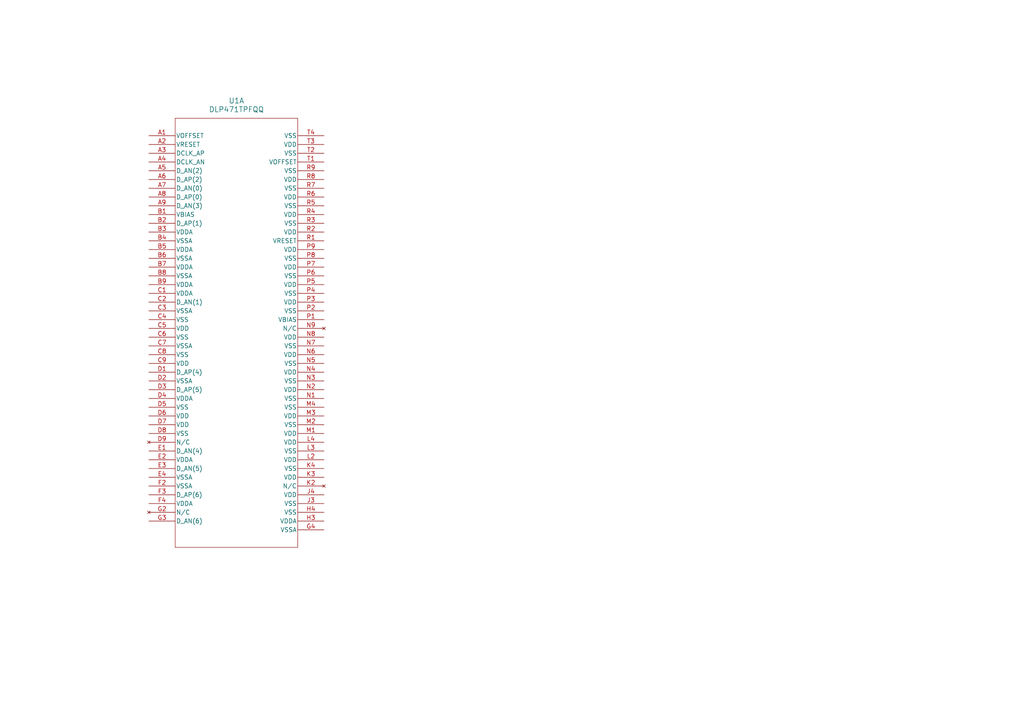
<source format=kicad_sch>
(kicad_sch (version 20231120) (generator "eeschema") (generator_version "8.0")
  (paper "A4")
  (lib_symbols
    (symbol "471TP:DLP471TPFQQ" (pin_names (offset 0.254))
      (property "Reference" "U" (at 25.4 10.16 0))
      (property "Value" "DLP471TPFQQ" (at 25.4 7.62 0))
      (symbol "DLP471TPFQQ_1_1"
        (polyline (pts (xy 7.62 -119.38) (xy 43.18 -119.38)) (stroke (width 0.127)))
        (polyline (pts (xy 7.62 5.08) (xy 7.62 -119.38)) (stroke (width 0.127)))
        (polyline (pts (xy 43.18 -119.38) (xy 43.18 5.08)) (stroke (width 0.127)))
        (polyline (pts (xy 43.18 5.08) (xy 7.62 5.08)) (stroke (width 0.127)))
        (pin power_in line (at 0 0 0) (length 7.62) (name "VOFFSET") (number "A1"))
        (pin power_in line (at 0 -2.54 0) (length 7.62) (name "VRESET") (number "A2"))
        (pin input line (at 0 -5.08 0) (length 7.62) (name "DCLK_AP") (number "A3"))
        (pin input line (at 0 -7.62 0) (length 7.62) (name "DCLK_AN") (number "A4"))
        (pin input line (at 0 -10.16 0) (length 7.62) (name "D_AN(2)") (number "A5"))
        (pin input line (at 0 -12.7 0) (length 7.62) (name "D_AP(2)") (number "A6"))
        (pin input line (at 0 -15.24 0) (length 7.62) (name "D_AN(0)") (number "A7"))
        (pin input line (at 0 -17.78 0) (length 7.62) (name "D_AP(0)") (number "A8"))
        (pin input line (at 0 -20.32 0) (length 7.62) (name "D_AN(3)") (number "A9"))
        (pin power_in line (at 0 -22.86 0) (length 7.62) (name "VBIAS") (number "B1"))
        (pin input line (at 0 -25.4 0) (length 7.62) (name "D_AP(1)") (number "B2"))
        (pin power_in line (at 0 -27.94 0) (length 7.62) (name "VDDA") (number "B3"))
        (pin power_out line (at 0 -30.48 0) (length 7.62) (name "VSSA") (number "B4"))
        (pin power_in line (at 0 -33.02 0) (length 7.62) (name "VDDA") (number "B5"))
        (pin power_out line (at 0 -35.56 0) (length 7.62) (name "VSSA") (number "B6"))
        (pin power_in line (at 0 -38.1 0) (length 7.62) (name "VDDA") (number "B7"))
        (pin power_out line (at 0 -40.64 0) (length 7.62) (name "VSSA") (number "B8"))
        (pin power_in line (at 0 -43.18 0) (length 7.62) (name "VDDA") (number "B9"))
        (pin power_in line (at 0 -45.72 0) (length 7.62) (name "VDDA") (number "C1"))
        (pin input line (at 0 -48.26 0) (length 7.62) (name "D_AN(1)") (number "C2"))
        (pin power_out line (at 0 -50.8 0) (length 7.62) (name "VSSA") (number "C3"))
        (pin power_out line (at 0 -53.34 0) (length 7.62) (name "VSS") (number "C4"))
        (pin power_in line (at 0 -55.88 0) (length 7.62) (name "VDD") (number "C5"))
        (pin power_out line (at 0 -58.42 0) (length 7.62) (name "VSS") (number "C6"))
        (pin power_out line (at 0 -60.96 0) (length 7.62) (name "VSSA") (number "C7"))
        (pin power_out line (at 0 -63.5 0) (length 7.62) (name "VSS") (number "C8"))
        (pin power_in line (at 0 -66.04 0) (length 7.62) (name "VDD") (number "C9"))
        (pin input line (at 0 -68.58 0) (length 7.62) (name "D_AP(4)") (number "D1"))
        (pin power_out line (at 0 -71.12 0) (length 7.62) (name "VSSA") (number "D2"))
        (pin input line (at 0 -73.66 0) (length 7.62) (name "D_AP(5)") (number "D3"))
        (pin power_in line (at 0 -76.2 0) (length 7.62) (name "VDDA") (number "D4"))
        (pin power_out line (at 0 -78.74 0) (length 7.62) (name "VSS") (number "D5"))
        (pin power_in line (at 0 -81.28 0) (length 7.62) (name "VDD") (number "D6"))
        (pin power_in line (at 0 -83.82 0) (length 7.62) (name "VDD") (number "D7"))
        (pin power_out line (at 0 -86.36 0) (length 7.62) (name "VSS") (number "D8"))
        (pin no_connect line (at 0 -88.9 0) (length 7.62) (name "N/C") (number "D9"))
        (pin input line (at 0 -91.44 0) (length 7.62) (name "D_AN(4)") (number "E1"))
        (pin power_in line (at 0 -93.98 0) (length 7.62) (name "VDDA") (number "E2"))
        (pin input line (at 0 -96.52 0) (length 7.62) (name "D_AN(5)") (number "E3"))
        (pin power_out line (at 0 -99.06 0) (length 7.62) (name "VSSA") (number "E4"))
        (pin power_out line (at 0 -101.6 0) (length 7.62) (name "VSSA") (number "F2"))
        (pin input line (at 0 -104.14 0) (length 7.62) (name "D_AP(6)") (number "F3"))
        (pin power_in line (at 0 -106.68 0) (length 7.62) (name "VDDA") (number "F4"))
        (pin no_connect line (at 0 -109.22 0) (length 7.62) (name "N/C") (number "G2"))
        (pin input line (at 0 -111.76 0) (length 7.62) (name "D_AN(6)") (number "G3"))
        (pin power_out line (at 50.8 -114.3 180) (length 7.62) (name "VSSA") (number "G4"))
        (pin power_in line (at 50.8 -111.76 180) (length 7.62) (name "VDDA") (number "H3"))
        (pin power_out line (at 50.8 -109.22 180) (length 7.62) (name "VSS") (number "H4"))
        (pin power_out line (at 50.8 -106.68 180) (length 7.62) (name "VSS") (number "J3"))
        (pin power_in line (at 50.8 -104.14 180) (length 7.62) (name "VDD") (number "J4"))
        (pin no_connect line (at 50.8 -101.6 180) (length 7.62) (name "N/C") (number "K2"))
        (pin power_in line (at 50.8 -99.06 180) (length 7.62) (name "VDD") (number "K3"))
        (pin power_out line (at 50.8 -96.52 180) (length 7.62) (name "VSS") (number "K4"))
        (pin power_in line (at 50.8 -93.98 180) (length 7.62) (name "VDD") (number "L2"))
        (pin power_out line (at 50.8 -91.44 180) (length 7.62) (name "VSS") (number "L3"))
        (pin power_in line (at 50.8 -88.9 180) (length 7.62) (name "VDD") (number "L4"))
        (pin power_in line (at 50.8 -86.36 180) (length 7.62) (name "VDD") (number "M1"))
        (pin power_out line (at 50.8 -83.82 180) (length 7.62) (name "VSS") (number "M2"))
        (pin power_in line (at 50.8 -81.28 180) (length 7.62) (name "VDD") (number "M3"))
        (pin power_out line (at 50.8 -78.74 180) (length 7.62) (name "VSS") (number "M4"))
        (pin power_out line (at 50.8 -76.2 180) (length 7.62) (name "VSS") (number "N1"))
        (pin power_in line (at 50.8 -73.66 180) (length 7.62) (name "VDD") (number "N2"))
        (pin power_out line (at 50.8 -71.12 180) (length 7.62) (name "VSS") (number "N3"))
        (pin power_in line (at 50.8 -68.58 180) (length 7.62) (name "VDD") (number "N4"))
        (pin power_out line (at 50.8 -66.04 180) (length 7.62) (name "VSS") (number "N5"))
        (pin power_in line (at 50.8 -63.5 180) (length 7.62) (name "VDD") (number "N6"))
        (pin power_out line (at 50.8 -60.96 180) (length 7.62) (name "VSS") (number "N7"))
        (pin power_in line (at 50.8 -58.42 180) (length 7.62) (name "VDD") (number "N8"))
        (pin no_connect line (at 50.8 -55.88 180) (length 7.62) (name "N/C") (number "N9"))
        (pin power_in line (at 50.8 -53.34 180) (length 7.62) (name "VBIAS") (number "P1"))
        (pin power_out line (at 50.8 -50.8 180) (length 7.62) (name "VSS") (number "P2"))
        (pin power_in line (at 50.8 -48.26 180) (length 7.62) (name "VDD") (number "P3"))
        (pin power_out line (at 50.8 -45.72 180) (length 7.62) (name "VSS") (number "P4"))
        (pin power_in line (at 50.8 -43.18 180) (length 7.62) (name "VDD") (number "P5"))
        (pin power_out line (at 50.8 -40.64 180) (length 7.62) (name "VSS") (number "P6"))
        (pin power_in line (at 50.8 -38.1 180) (length 7.62) (name "VDD") (number "P7"))
        (pin power_out line (at 50.8 -35.56 180) (length 7.62) (name "VSS") (number "P8"))
        (pin power_in line (at 50.8 -33.02 180) (length 7.62) (name "VDD") (number "P9"))
        (pin power_in line (at 50.8 -30.48 180) (length 7.62) (name "VRESET") (number "R1"))
        (pin power_in line (at 50.8 -27.94 180) (length 7.62) (name "VDD") (number "R2"))
        (pin power_out line (at 50.8 -25.4 180) (length 7.62) (name "VSS") (number "R3"))
        (pin power_in line (at 50.8 -22.86 180) (length 7.62) (name "VDD") (number "R4"))
        (pin power_out line (at 50.8 -20.32 180) (length 7.62) (name "VSS") (number "R5"))
        (pin power_in line (at 50.8 -17.78 180) (length 7.62) (name "VDD") (number "R6"))
        (pin power_out line (at 50.8 -15.24 180) (length 7.62) (name "VSS") (number "R7"))
        (pin power_in line (at 50.8 -12.7 180) (length 7.62) (name "VDD") (number "R8"))
        (pin power_out line (at 50.8 -10.16 180) (length 7.62) (name "VSS") (number "R9"))
        (pin power_in line (at 50.8 -7.62 180) (length 7.62) (name "VOFFSET") (number "T1"))
        (pin power_out line (at 50.8 -5.08 180) (length 7.62) (name "VSS") (number "T2"))
        (pin power_in line (at 50.8 -2.54 180) (length 7.62) (name "VDD") (number "T3"))
        (pin power_out line (at 50.8 0 180) (length 7.62) (name "VSS") (number "T4"))
      )
      (symbol "DLP471TPFQQ_2_1"
        (polyline (pts (xy 7.62 -119.38) (xy 53.34 -119.38)) (stroke (width 0.127)))
        (polyline (pts (xy 7.62 5.08) (xy 7.62 -119.38)) (stroke (width 0.127)))
        (polyline (pts (xy 53.34 -119.38) (xy 53.34 5.08)) (stroke (width 0.127)))
        (polyline (pts (xy 53.34 5.08) (xy 7.62 5.08)) (stroke (width 0.127)))
        (pin input line (at 0 -12.7 0) (length 7.62) (name "D_AP(3)") (number "A10"))
        (pin input line (at 0 -15.24 0) (length 7.62) (name "D_AN(7)") (number "A11"))
        (pin input line (at 0 -17.78 0) (length 7.62) (name "D_AP(7)") (number "A12"))
        (pin power_out line (at 0 -20.32 0) (length 7.62) (name "VSSA") (number "A13"))
        (pin input line (at 0 -22.86 0) (length 7.62) (name "D_BP(0)") (number "A14"))
        (pin input line (at 0 -25.4 0) (length 7.62) (name "D_BN(0)") (number "A15"))
        (pin input line (at 0 -27.94 0) (length 7.62) (name "DCLK_BN") (number "A16"))
        (pin input line (at 0 -30.48 0) (length 7.62) (name "DCLK_BP") (number "A17"))
        (pin input line (at 0 -33.02 0) (length 7.62) (name "D_BP(7)") (number "A18"))
        (pin input line (at 0 -35.56 0) (length 7.62) (name "D_BN(7)") (number "A19"))
        (pin input line (at 0 -38.1 0) (length 7.62) (name "D_BP(5)") (number "A20"))
        (pin input line (at 0 -40.64 0) (length 7.62) (name "D_BN(5)") (number "A21"))
        (pin input line (at 0 -43.18 0) (length 7.62) (name "D_BP(3)") (number "A22"))
        (pin input line (at 0 -45.72 0) (length 7.62) (name "D_BN(3)") (number "A23"))
        (pin power_in line (at 0 -48.26 0) (length 7.62) (name "VDDA") (number "A24"))
        (pin power_in line (at 0 -50.8 0) (length 7.62) (name "VOFFSET") (number "A25"))
        (pin power_out line (at 0 -53.34 0) (length 7.62) (name "VSSA") (number "B10"))
        (pin power_in line (at 0 -55.88 0) (length 7.62) (name "VDDA") (number "B11"))
        (pin power_out line (at 0 -58.42 0) (length 7.62) (name "VSSA") (number "B12"))
        (pin power_in line (at 0 -60.96 0) (length 7.62) (name "VDD") (number "B13"))
        (pin power_in line (at 0 -63.5 0) (length 7.62) (name "VDDA") (number "B14"))
        (pin power_out line (at 0 -66.04 0) (length 7.62) (name "VSSA") (number "B15"))
        (pin power_in line (at 0 -68.58 0) (length 7.62) (name "VDDA") (number "B16"))
        (pin power_out line (at 0 -71.12 0) (length 7.62) (name "VSSA") (number "B17"))
        (pin power_in line (at 0 -73.66 0) (length 7.62) (name "VDDA") (number "B18"))
        (pin power_out line (at 0 -76.2 0) (length 7.62) (name "VSSA") (number "B19"))
        (pin power_in line (at 0 -78.74 0) (length 7.62) (name "VDDA") (number "B20"))
        (pin power_out line (at 0 -81.28 0) (length 7.62) (name "VSSA") (number "B21"))
        (pin power_in line (at 0 -83.82 0) (length 7.62) (name "VDDA") (number "B22"))
        (pin power_out line (at 0 -86.36 0) (length 7.62) (name "VSSA") (number "B23"))
        (pin input line (at 0 -88.9 0) (length 7.62) (name "D_BP(6)") (number "B24"))
        (pin input line (at 0 -91.44 0) (length 7.62) (name "D_BN(6)") (number "B25"))
        (pin power_out line (at 0 -93.98 0) (length 7.62) (name "VSS") (number "C10"))
        (pin power_out line (at 0 -96.52 0) (length 7.62) (name "VSSA") (number "C11"))
        (pin power_in line (at 0 -99.06 0) (length 7.62) (name "VDD") (number "C12"))
        (pin power_out line (at 0 -101.6 0) (length 7.62) (name "VSS") (number "C13"))
        (pin power_out line (at 0 -104.14 0) (length 7.62) (name "VSS") (number "C14"))
        (pin power_in line (at 0 -106.68 0) (length 7.62) (name "VDD") (number "C15"))
        (pin power_out line (at 0 -109.22 0) (length 7.62) (name "VSSA") (number "C16"))
        (pin power_out line (at 60.96 -114.3 180) (length 7.62) (name "VSS") (number "C17"))
        (pin power_in line (at 60.96 -111.76 180) (length 7.62) (name "VDD") (number "C18"))
        (pin power_out line (at 60.96 -109.22 180) (length 7.62) (name "VSS") (number "C19"))
        (pin power_out line (at 60.96 -106.68 180) (length 7.62) (name "VSSA") (number "C20"))
        (pin output line (at 60.96 -104.14 180) (length 7.62) (name "AMUX_OUT") (number "C21"))
        (pin power_in line (at 60.96 -101.6 180) (length 7.62) (name "VDD") (number "C22"))
        (pin power_out line (at 60.96 -99.06 180) (length 7.62) (name "VSS") (number "C23"))
        (pin power_in line (at 60.96 -96.52 180) (length 7.62) (name "VDDA") (number "C24"))
        (pin power_out line (at 60.96 -93.98 180) (length 7.62) (name "VSSA") (number "C25"))
        (pin no_connect line (at 60.96 -91.44 180) (length 7.62) (name "N/C") (number "D10"))
        (pin no_connect line (at 60.96 -88.9 180) (length 7.62) (name "N/C") (number "D11"))
        (pin no_connect line (at 60.96 -86.36 180) (length 7.62) (name "N/C") (number "D12"))
        (pin no_connect line (at 60.96 -83.82 180) (length 7.62) (name "N/C") (number "D13"))
        (pin power_in line (at 60.96 -81.28 180) (length 7.62) (name "VDD") (number "D14"))
        (pin power_out line (at 60.96 -78.74 180) (length 7.62) (name "VSS") (number "D15"))
        (pin power_in line (at 60.96 -76.2 180) (length 7.62) (name "VDD") (number "D16"))
        (pin power_out line (at 60.96 -73.66 180) (length 7.62) (name "VSS") (number "D17"))
        (pin power_out line (at 60.96 -71.12 180) (length 7.62) (name "VSS") (number "D18"))
        (pin power_in line (at 60.96 -68.58 180) (length 7.62) (name "VDD") (number "D19"))
        (pin power_in line (at 60.96 -66.04 180) (length 7.62) (name "VDD") (number "D20"))
        (pin power_out line (at 60.96 -63.5 180) (length 7.62) (name "VSS") (number "D21"))
        (pin power_out line (at 60.96 -60.96 180) (length 7.62) (name "VSS") (number "D22"))
        (pin power_in line (at 60.96 -58.42 180) (length 7.62) (name "VDDA") (number "D23"))
        (pin input line (at 60.96 -55.88 180) (length 7.62) (name "D_BN(4)") (number "D24"))
        (pin input line (at 60.96 -53.34 180) (length 7.62) (name "D_BP(4)") (number "D25"))
        (pin no_connect line (at 60.96 -50.8 180) (length 7.62) (name "N/C") (number "E10"))
        (pin no_connect line (at 60.96 -48.26 180) (length 7.62) (name "N/C") (number "E11"))
        (pin no_connect line (at 60.96 -45.72 180) (length 7.62) (name "N/C") (number "E12"))
        (pin no_connect line (at 60.96 -43.18 180) (length 7.62) (name "N/C") (number "E13"))
        (pin no_connect line (at 60.96 -40.64 180) (length 7.62) (name "N/C") (number "E14"))
        (pin no_connect line (at 60.96 -38.1 180) (length 7.62) (name "N/C") (number "E15"))
        (pin no_connect line (at 60.96 -35.56 180) (length 7.62) (name "N/C") (number "E16"))
        (pin no_connect line (at 60.96 -33.02 180) (length 7.62) (name "N/C") (number "E17"))
        (pin no_connect line (at 60.96 -30.48 180) (length 7.62) (name "N/C") (number "E18"))
        (pin power_in line (at 60.96 -27.94 180) (length 7.62) (name "VDD") (number "E21"))
        (pin power_out line (at 60.96 -25.4 180) (length 7.62) (name "VSSA") (number "E22"))
        (pin input line (at 60.96 -22.86 180) (length 7.62) (name "D_BN(2)") (number "E23"))
        (pin input line (at 60.96 -20.32 180) (length 7.62) (name "D_BP(2)") (number "E24"))
        (pin power_out line (at 60.96 -17.78 180) (length 7.62) (name "VSSA") (number "E25"))
        (pin power_out line (at 60.96 -15.24 180) (length 7.62) (name "VSS") (number "F21"))
        (pin power_in line (at 60.96 -12.7 180) (length 7.62) (name "VDDA") (number "F22"))
        (pin input line (at 60.96 -10.16 180) (length 7.62) (name "D_BP(1)") (number "F23"))
        (pin no_connect line (at 60.96 -7.62 180) (length 7.62) (name "N/C") (number "F24"))
        (pin power_in line (at 60.96 -5.08 180) (length 7.62) (name "VDD") (number "G21"))
        (pin power_out line (at 60.96 -2.54 180) (length 7.62) (name "VSSA") (number "G22"))
        (pin input line (at 60.96 0 180) (length 7.62) (name "D_BN(1)") (number "G23"))
        (pin power_in line (at 0 0 0) (length 7.62) (name "VDD") (number "T5"))
        (pin no_connect line (at 0 -2.54 0) (length 7.62) (name "DMD_DETECT") (number "T6"))
        (pin power_in line (at 0 -5.08 0) (length 7.62) (name "VDD") (number "T7"))
        (pin power_out line (at 0 -7.62 0) (length 7.62) (name "VSS") (number "T8"))
        (pin power_in line (at 0 -10.16 0) (length 7.62) (name "VDD") (number "T9"))
      )
      (symbol "DLP471TPFQQ_3_1"
        (polyline (pts (xy 7.62 -116.84) (xy 58.42 -116.84)) (stroke (width 0.127)))
        (polyline (pts (xy 7.62 5.08) (xy 7.62 -116.84)) (stroke (width 0.127)))
        (polyline (pts (xy 58.42 -116.84) (xy 58.42 5.08)) (stroke (width 0.127)))
        (polyline (pts (xy 58.42 5.08) (xy 7.62 5.08)) (stroke (width 0.127)))
        (pin power_out line (at 0 0 0) (length 7.62) (name "VSS") (number "H21"))
        (pin power_in line (at 0 -2.54 0) (length 7.62) (name "VDDA") (number "H22"))
        (pin power_out line (at 0 -5.08 0) (length 7.62) (name "VSSA") (number "H23"))
        (pin power_in line (at 0 -7.62 0) (length 7.62) (name "VDD") (number "J21"))
        (pin power_out line (at 0 -10.16 0) (length 7.62) (name "VSS") (number "J22"))
        (pin power_in line (at 0 -12.7 0) (length 7.62) (name "VDD") (number "J23"))
        (pin power_out line (at 0 -15.24 0) (length 7.62) (name "VSS") (number "K21"))
        (pin power_in line (at 0 -17.78 0) (length 7.62) (name "VDD") (number "K22"))
        (pin power_out line (at 0 -20.32 0) (length 7.62) (name "VSS") (number "K23"))
        (pin power_out line (at 0 -22.86 0) (length 7.62) (name "VSS") (number "L21"))
        (pin power_in line (at 0 -25.4 0) (length 7.62) (name "VDD") (number "L22"))
        (pin power_out line (at 0 -27.94 0) (length 7.62) (name "VSS") (number "L23"))
        (pin no_connect line (at 0 -30.48 0) (length 7.62) (name "N/C") (number "L24"))
        (pin no_connect line (at 0 -33.02 0) (length 7.62) (name "N/C") (number "M12"))
        (pin no_connect line (at 0 -35.56 0) (length 7.62) (name "N/C") (number "M13"))
        (pin no_connect line (at 0 -38.1 0) (length 7.62) (name "N/C") (number "M14"))
        (pin no_connect line (at 0 -40.64 0) (length 7.62) (name "N/C") (number "M15"))
        (pin no_connect line (at 0 -43.18 0) (length 7.62) (name "N/C") (number "M16"))
        (pin no_connect line (at 0 -45.72 0) (length 7.62) (name "N/C") (number "M17"))
        (pin no_connect line (at 0 -48.26 0) (length 7.62) (name "N/C") (number "M18"))
        (pin power_in line (at 0 -50.8 0) (length 7.62) (name "VDD") (number "M21"))
        (pin power_out line (at 0 -53.34 0) (length 7.62) (name "VSS") (number "M22"))
        (pin power_in line (at 0 -55.88 0) (length 7.62) (name "VDD") (number "M23"))
        (pin power_out line (at 0 -58.42 0) (length 7.62) (name "VSS") (number "M24"))
        (pin power_in line (at 0 -60.96 0) (length 7.62) (name "VDD") (number "M25"))
        (pin no_connect line (at 0 -63.5 0) (length 7.62) (name "N/C") (number "N10"))
        (pin no_connect line (at 0 -66.04 0) (length 7.62) (name "N/C") (number "N11"))
        (pin no_connect line (at 0 -68.58 0) (length 7.62) (name "N/C") (number "N12"))
        (pin no_connect line (at 0 -71.12 0) (length 7.62) (name "N/C") (number "N13"))
        (pin no_connect line (at 0 -73.66 0) (length 7.62) (name "N/C") (number "N14"))
        (pin no_connect line (at 0 -76.2 0) (length 7.62) (name "N/C") (number "N15"))
        (pin power_in line (at 0 -78.74 0) (length 7.62) (name "VDD") (number "N16"))
        (pin power_out line (at 0 -81.28 0) (length 7.62) (name "VSS") (number "N17"))
        (pin power_in line (at 0 -83.82 0) (length 7.62) (name "VDD") (number "N18"))
        (pin power_out line (at 0 -86.36 0) (length 7.62) (name "VSS") (number "N19"))
        (pin power_in line (at 0 -88.9 0) (length 7.62) (name "VDD") (number "N20"))
        (pin power_out line (at 0 -91.44 0) (length 7.62) (name "VSS") (number "N21"))
        (pin power_in line (at 0 -93.98 0) (length 7.62) (name "VDD") (number "N22"))
        (pin power_out line (at 0 -96.52 0) (length 7.62) (name "VSS") (number "N23"))
        (pin power_in line (at 0 -99.06 0) (length 7.62) (name "VDD") (number "N24"))
        (pin power_out line (at 0 -101.6 0) (length 7.62) (name "VSS") (number "N25"))
        (pin power_out line (at 0 -104.14 0) (length 7.62) (name "VSS") (number "P10"))
        (pin power_in line (at 0 -106.68 0) (length 7.62) (name "VDD") (number "P11"))
        (pin power_out line (at 0 -109.22 0) (length 7.62) (name "VSS") (number "P12"))
        (pin power_in line (at 0 -111.76 0) (length 7.62) (name "VDD") (number "P13"))
        (pin power_out line (at 66.04 -111.76 180) (length 7.62) (name "VSS") (number "P14"))
        (pin power_in line (at 66.04 -109.22 180) (length 7.62) (name "VDD") (number "P15"))
        (pin power_out line (at 66.04 -106.68 180) (length 7.62) (name "VSS") (number "P16"))
        (pin power_in line (at 66.04 -104.14 180) (length 7.62) (name "VDD") (number "P17"))
        (pin power_out line (at 66.04 -101.6 180) (length 7.62) (name "VSS") (number "P18"))
        (pin power_in line (at 66.04 -99.06 180) (length 7.62) (name "VDD") (number "P19"))
        (pin power_out line (at 66.04 -96.52 180) (length 7.62) (name "VSS") (number "P20"))
        (pin power_in line (at 66.04 -93.98 180) (length 7.62) (name "VDD") (number "P21"))
        (pin power_out line (at 66.04 -91.44 180) (length 7.62) (name "VSS") (number "P22"))
        (pin power_in line (at 66.04 -88.9 180) (length 7.62) (name "VDD") (number "P23"))
        (pin power_out line (at 66.04 -86.36 180) (length 7.62) (name "VSS") (number "P24"))
        (pin power_in line (at 66.04 -83.82 180) (length 7.62) (name "VDD") (number "P25"))
        (pin power_in line (at 66.04 -81.28 180) (length 7.62) (name "VDD") (number "R10"))
        (pin power_out line (at 66.04 -78.74 180) (length 7.62) (name "VSS") (number "R11"))
        (pin input line (at 66.04 -76.2 180) (length 7.62) (name "TEMP_N") (number "R12"))
        (pin power_out line (at 66.04 -73.66 180) (length 7.62) (name "VSS") (number "R13"))
        (pin input line (at 66.04 -71.12 180) (length 7.62) (name "LS_CLK_N") (number "R14"))
        (pin power_out line (at 66.04 -68.58 180) (length 7.62) (name "VSS") (number "R15"))
        (pin input line (at 66.04 -66.04 180) (length 7.62) (name "LS_WDATA_N") (number "R16"))
        (pin power_out line (at 66.04 -63.5 180) (length 7.62) (name "VSS") (number "R17"))
        (pin output line (at 66.04 -60.96 180) (length 7.62) (name "LS_RDATA_A_BISTA") (number "R18"))
        (pin power_out line (at 66.04 -58.42 180) (length 7.62) (name "VSS") (number "R19"))
        (pin output line (at 66.04 -55.88 180) (length 7.62) (name "DMUX_OUT") (number "R20"))
        (pin power_out line (at 66.04 -53.34 180) (length 7.62) (name "VSS") (number "R21"))
        (pin no_connect line (at 66.04 -50.8 180) (length 7.62) (name "N/C") (number "R22"))
        (pin power_out line (at 66.04 -48.26 180) (length 7.62) (name "VSS") (number "R23"))
        (pin no_connect line (at 66.04 -45.72 180) (length 7.62) (name "NC") (number "R24"))
        (pin power_out line (at 66.04 -43.18 180) (length 7.62) (name "VSS") (number "R25"))
        (pin power_out line (at 66.04 -40.64 180) (length 7.62) (name "VSS") (number "T10"))
        (pin power_in line (at 66.04 -38.1 180) (length 7.62) (name "VDD") (number "T11"))
        (pin input line (at 66.04 -35.56 180) (length 7.62) (name "TEMP_P") (number "T12"))
        (pin power_in line (at 66.04 -33.02 180) (length 7.62) (name "VDD") (number "T13"))
        (pin input line (at 66.04 -30.48 180) (length 7.62) (name "LS_CLK_P") (number "T14"))
        (pin power_in line (at 66.04 -27.94 180) (length 7.62) (name "VDD") (number "T15"))
        (pin input line (at 66.04 -25.4 180) (length 7.62) (name "LS_WDATA_P") (number "T16"))
        (pin power_in line (at 66.04 -22.86 180) (length 7.62) (name "VDD") (number "T17"))
        (pin input line (at 66.04 -20.32 180) (length 7.62) (name "DMD_DEN_ARSTZ") (number "T18"))
        (pin power_in line (at 66.04 -17.78 180) (length 7.62) (name "VDD") (number "T19"))
        (pin output line (at 66.04 -15.24 180) (length 7.62) (name "BIST_B") (number "T20"))
        (pin power_in line (at 66.04 -12.7 180) (length 7.62) (name "VDD") (number "T21"))
        (pin no_connect line (at 66.04 -10.16 180) (length 7.62) (name "N/C") (number "T22"))
        (pin power_in line (at 66.04 -7.62 180) (length 7.62) (name "VDD") (number "T23"))
        (pin no_connect line (at 66.04 -5.08 180) (length 7.62) (name "N/C") (number "T24"))
        (pin power_in line (at 66.04 -2.54 180) (length 7.62) (name "VOFFSET") (number "T25"))
      )
    )
  )
  (symbol (lib_id "471TP:DLP471TPFQQ") (at 43.18 39.37 0) (unit 1)
    (property "Reference" "U1" (at 68.58 29.21 0) (effects (font (size 1.524 1.524))))
    (property "Value" "DLP471TPFQQ" (at 68.58 31.75 0) (effects (font (size 1.524 1.524))))
    (property "Footprint" "CLGA250_FQN_TEX" (effects (hide yes)))
    (property "Datasheet" "DLP471TPFQQ" (effects (hide yes)))
  )
)
</source>
